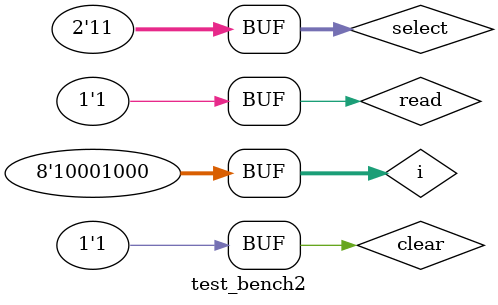
<source format=v>
module Decoder74LS139(S0, S1, En, A0, A1, A2, A3);

	input S0, S1, En;	//S1 is MSB and S0 is LSB , Enable En is active LOW
	output A0, A1, A2, A3;
	
	wire v0, v1, v2, v3;
	
	assign v0 = (~S1) & (~S0);	
	assign v1 = (~S1) & S0;
	assign v2 = S1 & (~S0);
	assign v3 = S1 & S0;

	assign A0 = ~v0 | En;	//taking or with En so that when En is high (disabled) all outputs are high
	assign A1 = ~v1 | En;
	assign A2 = ~v2 | En;
	assign A3 = ~v3 | En;
	
endmodule

module dff(q,d,clk,reset);

	input d,clk,reset;    //reset is active LOW
	output q;
	reg q;
  	
	always@(posedge clk)	//Positive edge triggered DFF
		q <= d;

	always@(~reset)    //active LOW reset
		q <= 1'b0;
		
endmodule

module QuadDFF74LS175(D0, D1, D2, D3, Q0, Q1, Q2, Q3, Reset, Clk);

	input D0, D1, D2, D3, Clk, Reset;	//Reset is active LOW
	output Q0, Q1, Q2, Q3;
	
	dff DFF0(Q0, D0, Clk, Reset);
	dff DFF1(Q1, D1, Clk, Reset);
	dff DFF2(Q2, D2, Clk, Reset);
	dff DFF3(Q3, D3, Clk, Reset);
	
endmodule
	
module mux(a0, a1, a2, a3, O, s0, s1, E);
	
	input a0, a1, a2, a3, s0, s1, E;	//s1 is MSB and s0 is LSB , Enable E is active LOW
	output O;
	
	wire t0, t1, t2, t3;
	
	assign t0 = a0 & (~s1) & (~s0) & (~E);
	assign t1 = a1 & (~s1) & (s0) & (~E);
	assign t2 = a2 & (s1) & (~s0) & (~E);
	assign t3 = a3 & (s1) & (s0) & (~E);
	
	assign O = t0 | t1 | t2 | t3;
	
endmodule

module MUX74HC153(A0, A1, A2, A3, o1, A4, A5, A6, A7, o2, S0, S1, E1, E2);

	input A0, A1, A2, A3, A4, A5, A6, A7, S0, S1, E1, E2;	//s1 is MsB and s0 is LSB , enable E1 and E2 are active LOW
	output o1, o2;
	
	mux MUX1(A0, A1, A2, A3, o1, S0, S1, E1);
	mux MUX2(A4, A5, A6, A7, o2, S0, S1, E2);
	
endmodule

module Circuit(I0, I1, I2, I3, I4, I5, I6, I7, O0, O1, O2, O3, O4, O5, O6, O7, Select0, Select1, Read, Clear);

	input I0, I1, I2, I3, I4, I5, I6, I7, Select0, Select1, Read, Clear;
	output O0, O1, O2, O3, O4, O5, O6, O7;
	
	wire w0, w1, w2, w3; 
	wire q0, q1, q2, q3, q4, q5, q6, q7, q8, q9, q10, q11, q12, q13, q14, q15;
	wire q16, q17, q18, q19, q20, q21, q22, q23, q24, q25, q26, q27, q28, q29, q30, q31;
		
	Decoder74LS139 Decoder0(Select0, Select1, Read, w0, w1, w2, w3);
	
	QuadDFF74LS175 DFFIC0(I0, I1, I2, I3, q0, q1, q2, q3, Clear, ~w0);
	QuadDFF74LS175 DFFIC1(I0, I1, I2, I3, q4, q5, q6, q7, Clear, ~w1);
	QuadDFF74LS175 DFFIC2(I0, I1, I2, I3, q8, q9, q10, q11, Clear, ~w2);
	QuadDFF74LS175 DFFIC3(I0, I1, I2, I3, q12, q13, q14, q15, Clear, ~w3);
	
	QuadDFF74LS175 DFFIC4(I4, I5, I6, I7, q16, q17, q18, q19, Clear, ~w0);
	QuadDFF74LS175 DFFIC5(I4, I5, I6, I7, q20, q21, q22, q23, Clear, ~w1);
	QuadDFF74LS175 DFFIC6(I4, I5, I6, I7, q24, q25, q26, q27, Clear, ~w2);
	QuadDFF74LS175 DFFIC7(I4, I5, I6, I7, q28, q29, q30, q31, Clear, ~w3);
	
	MUX74HC153 MUXIC0(q0, q4, q8, q12, O0, q16, q20, q24, q28, O4, Select0, Select1, ~Read, ~Read);
	MUX74HC153 MUXIC1(q1, q5, q9, q13, O1, q17, q21, q25, q29, O5, Select0, Select1, ~Read, ~Read);
	MUX74HC153 MUXIC2(q2, q6, q10, q14, O2, q18, q22, q26, q30, O6, Select0, Select1, ~Read, ~Read);
	MUX74HC153 MUXIC3(q3, q7, q11, q15, O3, q19, q23, q27, q31, O7, Select0, Select1, ~Read, ~Read);
	
endmodule

module test_bench;

	reg [7:0] i;	//Input variable
	wire [7:0] o;	//Output variable
	reg [1:0] select;
	reg read, clear;	
	
	Circuit C1(i[0], i[1], i[2], i[3], i[4], i[5], i[6], i[7], o[0], o[1], o[2], o[3], o[4], o[5], o[6], o[7], select[0], select[1], read, clear);
	
	initial 
		begin
			
			/*
				Sequence of operations:
				1 - erase memory by setting clear as LOW (active LOW reset for DFFs)
				2 - once memory is erased, clear can be set back to HIGH for data storage
				3 - perform READ operation and read all 32 bits. Result should be 0 for all since memory was cleared.
				4 - Set circuit to WRITE mode and write in some data
				5 - perform READ operation to verify that data was written
				6 - erase memory
				7 - perform READ operation to verify that memory was wiped
			*/
			
				i = 8'b11001010;	//some random input state which won't be stored
			
				clear = 1'b0;	//active LOW reset for all DFFs to clear memory
			#10 clear = 1'b1;   
			
			/*	MEMORY HAS BEEN CLEARED  */
					
			#10 read = 1'b1;   //Setting circuit to READ mode by giving active LOW enable to multiplexers
			
			/*  CIRCUIT IS NOW IN READ MODE  */
			
				select = 2'b00;    //Telling multiplexers to read from DFF IC's 0 and 4
			
			#10 select = 2'b01;   //Telling multiplexers to read from DFF IC's 1 and 5
			
			#10 select = 2'b10;   //Telling multiplexers to read from DFF IC's 2 and 6
			
			#10 select = 2'b11;   //Telling multiplexers to read from DFF IC's 3 and 7
			
			/*  DATA HAS NOW BEEN READ FROM THE MEMORY. ALL BITS ARE 0  */
			
			#10 read = 1'b0;	//Setting circuit to WRITE mode by giving active low to decoder
			
			/*  CIRCUIT IS NOW IN WRITE MODE  */
			
				select = 2'b00;  //Telling decoder to provide HIGH signals to DFF ICs 0 and 4 for storage
				i = 8'b00010001;   //Writing this value into DFF IC's
			
			#10 select = 2'b01;    //Telling decoder to provide HIGH signals to DFF ICs 1 and 5 for storage
				i = 8'b00100010;	//Writing this value into DFF IC's
			
			#10 select = 2'b10;    //Telling decoder to provide HIGH signals to DFF ICs 2 and 6 for storage
				i = 8'b01000100;	//Writing this value into DFF IC's
			
			#10 select = 2'b11;    //Telling decoder to provide HIGH signals to DFF ICs 3 and 7 for storage
				i = 8'b10001000;	//Writing this value into DFF IC's
			
			/*  DATA HAS BEEN WRITTEN TO THE MEMORY  */
			
			#10 read = 1'b1;	//Setting circuit to READ mode by giving active LOW enable to multiplexers
			
			/*  CIRCUIT IS NOW IN READ MODE  */
			
				select = 2'b00;    //Telling multiplexers to read from DFF IC's 0 and 4
			
			#10 select = 2'b01;   //Telling multiplexers to read from DFF IC's 1 and 5
			
			#10 select = 2'b10;   //Telling multiplexers to read from DFF IC's 2 and 6
			
			#10 select = 2'b11;   //Telling multiplexers to read from DFF IC's 3 and 7

			/*  DATA HAS NOW BEEN READ FROM THE MEMORY. ALL BITS SHOULD MATCH THE ENTERED DATA  */
			
			#10	clear = 1'b0;	//active LOW reset for all DFFs to clear memory
			#10 clear = 1'b1;   //disabling reset so that DFFs can store data
			
			/*	MEMORY HAS BEEN CLEARED  */
					
			#10 read = 1'b1;   //Setting circuit to READ mode by giving active LOW enable to multiplexers
			
			/*  CIRCUIT IS NOW IN READ MODE  */
			
				select = 2'b00;    //Telling multiplexers to read from DFF IC's 0 and 4
			
			#10 select = 2'b01;   //Telling multiplexers to read from DFF IC's 1 and 5
			
			#10 select = 2'b10;   //Telling multiplexers to read from DFF IC's 2 and 6
			
			#10 select = 2'b11;   //Telling multiplexers to read from DFF IC's 3 and 7
			
			/*  DATA HAS NOW BEEN READ FROM THE MEMORY. ALL BITS ARE 0  */
					
		end
endmodule

module test_bench2;

	reg [7:0] i;	//Input variable
	wire [7:0] o;	//Output variable
	reg [1:0] select;
	reg read, clear;	
	
	Circuit C1(i[0], i[1], i[2], i[3], i[4], i[5], i[6], i[7], o[0], o[1], o[2], o[3], o[4], o[5], o[6], o[7], select[0], select[1], read, clear);
	
	initial 
		begin
		
			clear = 1'b0;	//active LOW reset for all DFFs to clear memory
			#10 clear = 1'b1;   //disabling reset so that DFFs can store data
			
			
			#10 read = 1'b0;   //Setting circuit to WRITE mode by giving active LOW enable to decoder
				select = 2'b00;  //Telling decoder to provide HIGH signals to DFF ICs 0 and 4 for storage
				i = 8'b00010001;   //Writing this value into DFF IC's

			#200 read = 1'b1;
        select = 2'b00;    //Telling multiplexers to read from DFF IC's 0 and 4
    
    
      #200 read = 1'b0;
			#10 select = 2'b01;    //Telling decoder to provide HIGH signals to DFF ICs 1 and 5 for storage
				i = 8'b00100010;	//Writing this value into DFF IC's
			
			
			#200 read = 1'b1;
       select = 2'b01;   //Telling multiplexers to read from DFF IC's 1 and 5
      
      
			
			#200 read = 1'b0;
			#10 select = 2'b10;    //Telling decoder to provide HIGH signals to DFF ICs 2 and 6 for storage
				i = 8'b01000100;	//Writing this value into DFF IC's
			#200 read = 1'b1;	//Setting circuit to READ mode by giving active LOW enable to multiplexers
			  select = 2'b10;   //Telling multiplexers to read from DFF IC's 2 and 6
			
			
			#200 read = 1'b0;
			#10 select = 2'b11;    //Telling decoder to provide HIGH signals to DFF ICs 3 and 7 for storage
				i = 8'b10001000;	//Writing this value into DFF IC's
			
			#200 read = 1'b1;	//Setting circuit to READ mode by giving active LOW enable to multiplexers
			 select = 2'b11;   //Telling multiplexers to read from DFF IC's 3 and 7
		
			
			
			
			end
endmodule		


</source>
